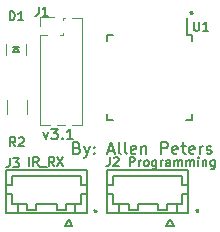
<source format=gbr>
G04 #@! TF.GenerationSoftware,KiCad,Pcbnew,(5.1.2)-2*
G04 #@! TF.CreationDate,2020-12-19T11:55:12-08:00*
G04 #@! TF.ProjectId,GrenadeConversion3,4772656e-6164-4654-936f-6e7665727369,rev?*
G04 #@! TF.SameCoordinates,Original*
G04 #@! TF.FileFunction,Legend,Top*
G04 #@! TF.FilePolarity,Positive*
%FSLAX46Y46*%
G04 Gerber Fmt 4.6, Leading zero omitted, Abs format (unit mm)*
G04 Created by KiCad (PCBNEW (5.1.2)-2) date 2020-12-19 11:55:12*
%MOMM*%
%LPD*%
G04 APERTURE LIST*
%ADD10C,0.127000*%
%ADD11C,0.200000*%
%ADD12C,0.150000*%
%ADD13C,0.120000*%
G04 APERTURE END LIST*
D10*
X105029000Y-92964000D02*
X105537000Y-92964000D01*
X105537000Y-93345000D02*
X105283000Y-92964000D01*
X105029000Y-93345000D02*
X105537000Y-93345000D01*
X105283000Y-92964000D02*
X105029000Y-93345000D01*
X120634760Y-106671049D02*
X120634760Y-106792001D01*
X120513807Y-106743620D02*
X120634760Y-106792001D01*
X120755712Y-106743620D01*
X120562188Y-106888763D02*
X120634760Y-106792001D01*
X120707331Y-106888763D01*
X112029240Y-106696449D02*
X112029240Y-106817401D01*
X111908287Y-106769020D02*
X112029240Y-106817401D01*
X112150192Y-106769020D01*
X111956668Y-106914163D02*
X112029240Y-106817401D01*
X112101811Y-106914163D01*
X120142000Y-89891809D02*
X120142000Y-90012761D01*
X120021047Y-89964380D02*
X120142000Y-90012761D01*
X120262952Y-89964380D01*
X120069428Y-90109523D02*
X120142000Y-90012761D01*
X120214571Y-90109523D01*
X107574080Y-100164900D02*
X107785746Y-100757566D01*
X107997413Y-100164900D01*
X108251413Y-99868566D02*
X108801746Y-99868566D01*
X108505413Y-100207233D01*
X108632413Y-100207233D01*
X108717080Y-100249566D01*
X108759413Y-100291900D01*
X108801746Y-100376566D01*
X108801746Y-100588233D01*
X108759413Y-100672900D01*
X108717080Y-100715233D01*
X108632413Y-100757566D01*
X108378413Y-100757566D01*
X108293746Y-100715233D01*
X108251413Y-100672900D01*
X109182746Y-100672900D02*
X109225080Y-100715233D01*
X109182746Y-100757566D01*
X109140413Y-100715233D01*
X109182746Y-100672900D01*
X109182746Y-100757566D01*
X110071746Y-100757566D02*
X109563746Y-100757566D01*
X109817746Y-100757566D02*
X109817746Y-99868566D01*
X109733080Y-99995566D01*
X109648413Y-100080233D01*
X109563746Y-100122566D01*
D11*
X110445920Y-101467611D02*
X110588777Y-101515230D01*
X110636396Y-101562849D01*
X110684015Y-101658087D01*
X110684015Y-101800944D01*
X110636396Y-101896182D01*
X110588777Y-101943801D01*
X110493539Y-101991420D01*
X110112586Y-101991420D01*
X110112586Y-100991420D01*
X110445920Y-100991420D01*
X110541158Y-101039040D01*
X110588777Y-101086659D01*
X110636396Y-101181897D01*
X110636396Y-101277135D01*
X110588777Y-101372373D01*
X110541158Y-101419992D01*
X110445920Y-101467611D01*
X110112586Y-101467611D01*
X111017348Y-101324754D02*
X111255443Y-101991420D01*
X111493539Y-101324754D02*
X111255443Y-101991420D01*
X111160205Y-102229516D01*
X111112586Y-102277135D01*
X111017348Y-102324754D01*
X111874491Y-101896182D02*
X111922110Y-101943801D01*
X111874491Y-101991420D01*
X111826872Y-101943801D01*
X111874491Y-101896182D01*
X111874491Y-101991420D01*
X111874491Y-101372373D02*
X111922110Y-101419992D01*
X111874491Y-101467611D01*
X111826872Y-101419992D01*
X111874491Y-101372373D01*
X111874491Y-101467611D01*
X113064967Y-101705706D02*
X113541158Y-101705706D01*
X112969729Y-101991420D02*
X113303062Y-100991420D01*
X113636396Y-101991420D01*
X114112586Y-101991420D02*
X114017348Y-101943801D01*
X113969729Y-101848563D01*
X113969729Y-100991420D01*
X114636396Y-101991420D02*
X114541158Y-101943801D01*
X114493539Y-101848563D01*
X114493539Y-100991420D01*
X115398300Y-101943801D02*
X115303062Y-101991420D01*
X115112586Y-101991420D01*
X115017348Y-101943801D01*
X114969729Y-101848563D01*
X114969729Y-101467611D01*
X115017348Y-101372373D01*
X115112586Y-101324754D01*
X115303062Y-101324754D01*
X115398300Y-101372373D01*
X115445920Y-101467611D01*
X115445920Y-101562849D01*
X114969729Y-101658087D01*
X115874491Y-101324754D02*
X115874491Y-101991420D01*
X115874491Y-101419992D02*
X115922110Y-101372373D01*
X116017348Y-101324754D01*
X116160205Y-101324754D01*
X116255443Y-101372373D01*
X116303062Y-101467611D01*
X116303062Y-101991420D01*
X117541158Y-101991420D02*
X117541158Y-100991420D01*
X117922110Y-100991420D01*
X118017348Y-101039040D01*
X118064967Y-101086659D01*
X118112586Y-101181897D01*
X118112586Y-101324754D01*
X118064967Y-101419992D01*
X118017348Y-101467611D01*
X117922110Y-101515230D01*
X117541158Y-101515230D01*
X118922110Y-101943801D02*
X118826872Y-101991420D01*
X118636396Y-101991420D01*
X118541158Y-101943801D01*
X118493539Y-101848563D01*
X118493539Y-101467611D01*
X118541158Y-101372373D01*
X118636396Y-101324754D01*
X118826872Y-101324754D01*
X118922110Y-101372373D01*
X118969729Y-101467611D01*
X118969729Y-101562849D01*
X118493539Y-101658087D01*
X119255443Y-101324754D02*
X119636396Y-101324754D01*
X119398300Y-100991420D02*
X119398300Y-101848563D01*
X119445920Y-101943801D01*
X119541158Y-101991420D01*
X119636396Y-101991420D01*
X120350681Y-101943801D02*
X120255443Y-101991420D01*
X120064967Y-101991420D01*
X119969729Y-101943801D01*
X119922110Y-101848563D01*
X119922110Y-101467611D01*
X119969729Y-101372373D01*
X120064967Y-101324754D01*
X120255443Y-101324754D01*
X120350681Y-101372373D01*
X120398300Y-101467611D01*
X120398300Y-101562849D01*
X119922110Y-101658087D01*
X120826872Y-101991420D02*
X120826872Y-101324754D01*
X120826872Y-101515230D02*
X120874491Y-101419992D01*
X120922110Y-101372373D01*
X121017348Y-101324754D01*
X121112586Y-101324754D01*
X121398300Y-101943801D02*
X121493539Y-101991420D01*
X121684015Y-101991420D01*
X121779253Y-101943801D01*
X121826872Y-101848563D01*
X121826872Y-101800944D01*
X121779253Y-101705706D01*
X121684015Y-101658087D01*
X121541158Y-101658087D01*
X121445920Y-101610468D01*
X121398300Y-101515230D01*
X121398300Y-101467611D01*
X121445920Y-101372373D01*
X121541158Y-101324754D01*
X121684015Y-101324754D01*
X121779253Y-101372373D01*
D12*
X119733000Y-91879000D02*
X119733000Y-90504000D01*
X120183000Y-99129000D02*
X120183000Y-98604000D01*
X112933000Y-99129000D02*
X112933000Y-98604000D01*
X112933000Y-91879000D02*
X112933000Y-92404000D01*
X120183000Y-91879000D02*
X120183000Y-92404000D01*
X112933000Y-91879000D02*
X113458000Y-91879000D01*
X112933000Y-99129000D02*
X113458000Y-99129000D01*
X120183000Y-99129000D02*
X119658000Y-99129000D01*
X120183000Y-91879000D02*
X119733000Y-91879000D01*
D13*
X107328000Y-90426000D02*
X108458000Y-90426000D01*
X107328000Y-91186000D02*
X107328000Y-90426000D01*
X110035530Y-90491000D02*
X110858000Y-90491000D01*
X109218000Y-90491000D02*
X109420470Y-90491000D01*
X109218000Y-90622529D02*
X109218000Y-90491000D01*
X109218000Y-91892529D02*
X109218000Y-91749471D01*
X109021471Y-91946000D02*
X109164529Y-91946000D01*
X107328000Y-91946000D02*
X107894529Y-91946000D01*
X110858000Y-90491000D02*
X110858000Y-99501000D01*
X107328000Y-91946000D02*
X107328000Y-99501000D01*
X108765530Y-99501000D02*
X109420470Y-99501000D01*
X110035530Y-99501000D02*
X110858000Y-99501000D01*
X107328000Y-99501000D02*
X108150470Y-99501000D01*
X104433000Y-92636400D02*
X104433000Y-93636400D01*
X106133000Y-93636400D02*
X106133000Y-92636400D01*
D12*
X114804000Y-106198000D02*
X114004000Y-106198000D01*
X114804000Y-106698000D02*
X114804000Y-106198000D01*
X115554000Y-106698000D02*
X114804000Y-106698000D01*
X115554000Y-106198000D02*
X115554000Y-106698000D01*
X117304000Y-106198000D02*
X115554000Y-106198000D01*
X117304000Y-106698000D02*
X117304000Y-106198000D01*
X118054000Y-106698000D02*
X117304000Y-106698000D01*
X118054000Y-106198000D02*
X118054000Y-106698000D01*
X118854000Y-106198000D02*
X118054000Y-106198000D01*
X114004000Y-106198000D02*
X114004000Y-106948000D01*
X113504000Y-106198000D02*
X114004000Y-106198000D01*
X113504000Y-105398000D02*
X113504000Y-106198000D01*
X113004000Y-105398000D02*
X113504000Y-105398000D01*
X118854000Y-106198000D02*
X118854000Y-106948000D01*
X119354000Y-106198000D02*
X118854000Y-106198000D01*
X119354000Y-105398000D02*
X119354000Y-106198000D01*
X119854000Y-105398000D02*
X119354000Y-105398000D01*
X113504000Y-104648000D02*
X113004000Y-104648000D01*
X113504000Y-103848000D02*
X113504000Y-104648000D01*
X119354000Y-103848000D02*
X113504000Y-103848000D01*
X119354000Y-104648000D02*
X119354000Y-103848000D01*
X119854000Y-104648000D02*
X119354000Y-104648000D01*
X118004000Y-108048000D02*
X118304000Y-107448000D01*
X118604000Y-108048000D02*
X118004000Y-108048000D01*
X118304000Y-107448000D02*
X118604000Y-108048000D01*
X113004000Y-106948000D02*
X119854000Y-106948000D01*
X113004000Y-103348000D02*
X113004000Y-106948000D01*
X119854000Y-103348000D02*
X113004000Y-103348000D01*
X119854000Y-106948000D02*
X119854000Y-103348000D01*
X111278000Y-106948000D02*
X111278000Y-103348000D01*
X111278000Y-103348000D02*
X104428000Y-103348000D01*
X104428000Y-103348000D02*
X104428000Y-106948000D01*
X104428000Y-106948000D02*
X111278000Y-106948000D01*
X109728000Y-107448000D02*
X110028000Y-108048000D01*
X110028000Y-108048000D02*
X109428000Y-108048000D01*
X109428000Y-108048000D02*
X109728000Y-107448000D01*
X111278000Y-104648000D02*
X110778000Y-104648000D01*
X110778000Y-104648000D02*
X110778000Y-103848000D01*
X110778000Y-103848000D02*
X104928000Y-103848000D01*
X104928000Y-103848000D02*
X104928000Y-104648000D01*
X104928000Y-104648000D02*
X104428000Y-104648000D01*
X111278000Y-105398000D02*
X110778000Y-105398000D01*
X110778000Y-105398000D02*
X110778000Y-106198000D01*
X110778000Y-106198000D02*
X110278000Y-106198000D01*
X110278000Y-106198000D02*
X110278000Y-106948000D01*
X104428000Y-105398000D02*
X104928000Y-105398000D01*
X104928000Y-105398000D02*
X104928000Y-106198000D01*
X104928000Y-106198000D02*
X105428000Y-106198000D01*
X105428000Y-106198000D02*
X105428000Y-106948000D01*
X110278000Y-106198000D02*
X109478000Y-106198000D01*
X109478000Y-106198000D02*
X109478000Y-106698000D01*
X109478000Y-106698000D02*
X108728000Y-106698000D01*
X108728000Y-106698000D02*
X108728000Y-106198000D01*
X108728000Y-106198000D02*
X106978000Y-106198000D01*
X106978000Y-106198000D02*
X106978000Y-106698000D01*
X106978000Y-106698000D02*
X106228000Y-106698000D01*
X106228000Y-106698000D02*
X106228000Y-106198000D01*
X106228000Y-106198000D02*
X105428000Y-106198000D01*
D13*
X104463960Y-98622400D02*
X104463960Y-97422400D01*
X106223960Y-97422400D02*
X106223960Y-98622400D01*
D10*
X120327428Y-90796714D02*
X120327428Y-91413571D01*
X120363714Y-91486142D01*
X120400000Y-91522428D01*
X120472571Y-91558714D01*
X120617714Y-91558714D01*
X120690285Y-91522428D01*
X120726571Y-91486142D01*
X120762857Y-91413571D01*
X120762857Y-90796714D01*
X121524857Y-91558714D02*
X121089428Y-91558714D01*
X121307142Y-91558714D02*
X121307142Y-90796714D01*
X121234571Y-90905571D01*
X121162000Y-90978142D01*
X121089428Y-91014428D01*
X107188000Y-89498714D02*
X107188000Y-90043000D01*
X107151714Y-90151857D01*
X107079142Y-90224428D01*
X106970285Y-90260714D01*
X106897714Y-90260714D01*
X107950000Y-90260714D02*
X107514571Y-90260714D01*
X107732285Y-90260714D02*
X107732285Y-89498714D01*
X107659714Y-89607571D01*
X107587142Y-89680142D01*
X107514571Y-89716428D01*
X104720571Y-90667114D02*
X104720571Y-89905114D01*
X104902000Y-89905114D01*
X105010857Y-89941400D01*
X105083428Y-90013971D01*
X105119714Y-90086542D01*
X105156000Y-90231685D01*
X105156000Y-90340542D01*
X105119714Y-90485685D01*
X105083428Y-90558257D01*
X105010857Y-90630828D01*
X104902000Y-90667114D01*
X104720571Y-90667114D01*
X105881714Y-90667114D02*
X105446285Y-90667114D01*
X105664000Y-90667114D02*
X105664000Y-89905114D01*
X105591428Y-90013971D01*
X105518857Y-90086542D01*
X105446285Y-90122828D01*
X113202720Y-102269834D02*
X113202720Y-102814120D01*
X113166434Y-102922977D01*
X113093862Y-102995548D01*
X112985005Y-103031834D01*
X112912434Y-103031834D01*
X113529291Y-102342405D02*
X113565577Y-102306120D01*
X113638148Y-102269834D01*
X113819577Y-102269834D01*
X113892148Y-102306120D01*
X113928434Y-102342405D01*
X113964720Y-102414977D01*
X113964720Y-102487548D01*
X113928434Y-102596405D01*
X113493005Y-103031834D01*
X113964720Y-103031834D01*
X114893634Y-103016594D02*
X114893634Y-102254594D01*
X115183920Y-102254594D01*
X115256491Y-102290880D01*
X115292777Y-102327165D01*
X115329062Y-102399737D01*
X115329062Y-102508594D01*
X115292777Y-102581165D01*
X115256491Y-102617451D01*
X115183920Y-102653737D01*
X114893634Y-102653737D01*
X115655634Y-103016594D02*
X115655634Y-102508594D01*
X115655634Y-102653737D02*
X115691920Y-102581165D01*
X115728205Y-102544880D01*
X115800777Y-102508594D01*
X115873348Y-102508594D01*
X116236205Y-103016594D02*
X116163634Y-102980308D01*
X116127348Y-102944022D01*
X116091062Y-102871451D01*
X116091062Y-102653737D01*
X116127348Y-102581165D01*
X116163634Y-102544880D01*
X116236205Y-102508594D01*
X116345062Y-102508594D01*
X116417634Y-102544880D01*
X116453920Y-102581165D01*
X116490205Y-102653737D01*
X116490205Y-102871451D01*
X116453920Y-102944022D01*
X116417634Y-102980308D01*
X116345062Y-103016594D01*
X116236205Y-103016594D01*
X117143348Y-102508594D02*
X117143348Y-103125451D01*
X117107062Y-103198022D01*
X117070777Y-103234308D01*
X116998205Y-103270594D01*
X116889348Y-103270594D01*
X116816777Y-103234308D01*
X117143348Y-102980308D02*
X117070777Y-103016594D01*
X116925634Y-103016594D01*
X116853062Y-102980308D01*
X116816777Y-102944022D01*
X116780491Y-102871451D01*
X116780491Y-102653737D01*
X116816777Y-102581165D01*
X116853062Y-102544880D01*
X116925634Y-102508594D01*
X117070777Y-102508594D01*
X117143348Y-102544880D01*
X117506205Y-103016594D02*
X117506205Y-102508594D01*
X117506205Y-102653737D02*
X117542491Y-102581165D01*
X117578777Y-102544880D01*
X117651348Y-102508594D01*
X117723920Y-102508594D01*
X118304491Y-103016594D02*
X118304491Y-102617451D01*
X118268205Y-102544880D01*
X118195634Y-102508594D01*
X118050491Y-102508594D01*
X117977920Y-102544880D01*
X118304491Y-102980308D02*
X118231920Y-103016594D01*
X118050491Y-103016594D01*
X117977920Y-102980308D01*
X117941634Y-102907737D01*
X117941634Y-102835165D01*
X117977920Y-102762594D01*
X118050491Y-102726308D01*
X118231920Y-102726308D01*
X118304491Y-102690022D01*
X118667348Y-103016594D02*
X118667348Y-102508594D01*
X118667348Y-102581165D02*
X118703634Y-102544880D01*
X118776205Y-102508594D01*
X118885062Y-102508594D01*
X118957634Y-102544880D01*
X118993920Y-102617451D01*
X118993920Y-103016594D01*
X118993920Y-102617451D02*
X119030205Y-102544880D01*
X119102777Y-102508594D01*
X119211634Y-102508594D01*
X119284205Y-102544880D01*
X119320491Y-102617451D01*
X119320491Y-103016594D01*
X119683348Y-103016594D02*
X119683348Y-102508594D01*
X119683348Y-102581165D02*
X119719634Y-102544880D01*
X119792205Y-102508594D01*
X119901062Y-102508594D01*
X119973634Y-102544880D01*
X120009920Y-102617451D01*
X120009920Y-103016594D01*
X120009920Y-102617451D02*
X120046205Y-102544880D01*
X120118777Y-102508594D01*
X120227634Y-102508594D01*
X120300205Y-102544880D01*
X120336491Y-102617451D01*
X120336491Y-103016594D01*
X120699348Y-103016594D02*
X120699348Y-102508594D01*
X120699348Y-102254594D02*
X120663062Y-102290880D01*
X120699348Y-102327165D01*
X120735634Y-102290880D01*
X120699348Y-102254594D01*
X120699348Y-102327165D01*
X121062205Y-102508594D02*
X121062205Y-103016594D01*
X121062205Y-102581165D02*
X121098491Y-102544880D01*
X121171062Y-102508594D01*
X121279920Y-102508594D01*
X121352491Y-102544880D01*
X121388777Y-102617451D01*
X121388777Y-103016594D01*
X122078205Y-102508594D02*
X122078205Y-103125451D01*
X122041920Y-103198022D01*
X122005634Y-103234308D01*
X121933062Y-103270594D01*
X121824205Y-103270594D01*
X121751634Y-103234308D01*
X122078205Y-102980308D02*
X122005634Y-103016594D01*
X121860491Y-103016594D01*
X121787920Y-102980308D01*
X121751634Y-102944022D01*
X121715348Y-102871451D01*
X121715348Y-102653737D01*
X121751634Y-102581165D01*
X121787920Y-102544880D01*
X121860491Y-102508594D01*
X122005634Y-102508594D01*
X122078205Y-102544880D01*
X104719120Y-102366354D02*
X104719120Y-102910640D01*
X104682834Y-103019497D01*
X104610262Y-103092068D01*
X104501405Y-103128354D01*
X104428834Y-103128354D01*
X105009405Y-102366354D02*
X105481120Y-102366354D01*
X105227120Y-102656640D01*
X105335977Y-102656640D01*
X105408548Y-102692925D01*
X105444834Y-102729211D01*
X105481120Y-102801782D01*
X105481120Y-102983211D01*
X105444834Y-103055782D01*
X105408548Y-103092068D01*
X105335977Y-103128354D01*
X105118262Y-103128354D01*
X105045691Y-103092068D01*
X105009405Y-103055782D01*
X106372297Y-103011514D02*
X106372297Y-102249514D01*
X107170582Y-103011514D02*
X106916582Y-102648657D01*
X106735154Y-103011514D02*
X106735154Y-102249514D01*
X107025440Y-102249514D01*
X107098011Y-102285800D01*
X107134297Y-102322085D01*
X107170582Y-102394657D01*
X107170582Y-102503514D01*
X107134297Y-102576085D01*
X107098011Y-102612371D01*
X107025440Y-102648657D01*
X106735154Y-102648657D01*
X107315725Y-103084085D02*
X107896297Y-103084085D01*
X108513154Y-103011514D02*
X108259154Y-102648657D01*
X108077725Y-103011514D02*
X108077725Y-102249514D01*
X108368011Y-102249514D01*
X108440582Y-102285800D01*
X108476868Y-102322085D01*
X108513154Y-102394657D01*
X108513154Y-102503514D01*
X108476868Y-102576085D01*
X108440582Y-102612371D01*
X108368011Y-102648657D01*
X108077725Y-102648657D01*
X108767154Y-102249514D02*
X109275154Y-103011514D01*
X109275154Y-102249514D02*
X108767154Y-103011514D01*
X105216960Y-101335114D02*
X104962960Y-100972257D01*
X104781531Y-101335114D02*
X104781531Y-100573114D01*
X105071817Y-100573114D01*
X105144388Y-100609400D01*
X105180674Y-100645685D01*
X105216960Y-100718257D01*
X105216960Y-100827114D01*
X105180674Y-100899685D01*
X105144388Y-100935971D01*
X105071817Y-100972257D01*
X104781531Y-100972257D01*
X105507245Y-100645685D02*
X105543531Y-100609400D01*
X105616102Y-100573114D01*
X105797531Y-100573114D01*
X105870102Y-100609400D01*
X105906388Y-100645685D01*
X105942674Y-100718257D01*
X105942674Y-100790828D01*
X105906388Y-100899685D01*
X105470960Y-101335114D01*
X105942674Y-101335114D01*
M02*

</source>
